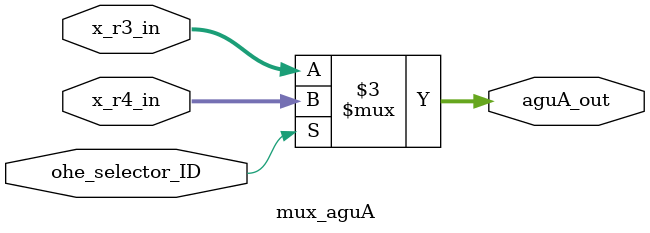
<source format=v>




`timescale 1ns/1ps

// module mux_aguA : mux_aguA
module mux_aguA
  ( input                    ohe_selector_ID,
    input      signed [31:0] x_r3_in, // w32
    input      signed [31:0] x_r4_in, // w32
    output reg signed [31:0] aguA_out // w32
  );


  always @ (*)

  begin : p_mux_aguA

    // aguA_out = 32'sh0;

    // (aguA_copy0_x_r3_ID)
    // [ldst.n:54][ldst.n:91](regX.n:91)
    aguA_out = x_r3_in;

    if (ohe_selector_ID) // (aguA_copy0_x_r4_ID)
    begin
      // [cnn.n:96]
      aguA_out = x_r4_in;
    end

  end

endmodule

</source>
